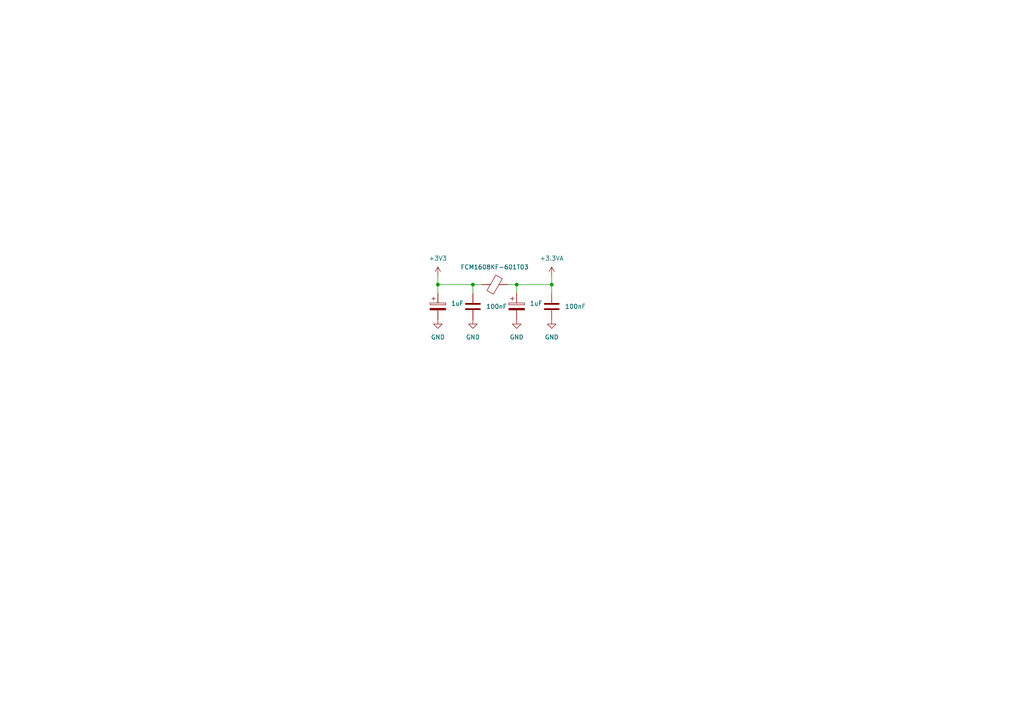
<source format=kicad_sch>
(kicad_sch (version 20250114) (generator "eeschema") (generator_version "9.0")
  (paper "A4")
  (lib_symbols
    (symbol "Device:C" (pin_numbers (hide yes)) (pin_names (offset 0.254))
      (property "Reference" "C" (at 0.635 2.54 0))
      (property "Value" "C" (at 0.635 -2.54 0))
      (symbol "C_0_1"
        (polyline (pts (xy -2.032 0.762) (xy 2.032 0.762)) (stroke (width 0.508)))
        (polyline (pts (xy -2.032 -0.762) (xy 2.032 -0.762)) (stroke (width 0.508)))
      )
      (symbol "C_1_1"
        (pin passive line (at 0 3.81 270) (length 2.794) (name "~") (number "1"))
        (pin passive line (at 0 -3.81 90) (length 2.794) (name "~") (number "2"))
      )
    )
    (symbol "Device:C_Polarized" (pin_numbers (hide yes)) (pin_names (offset 0.254))
      (property "Reference" "C" (at 0.635 2.54 0))
      (property "Value" "C_Polarized" (at 0.635 -2.54 0))
      (symbol "C_Polarized_0_1"
        (rectangle (start -2.286 0.508) (end 2.286 1.016))
        (polyline (pts (xy -1.778 2.286) (xy -0.762 2.286)))
        (polyline (pts (xy -1.27 2.794) (xy -1.27 1.778)))
        (rectangle (start 2.286 -0.508) (end -2.286 -1.016) (fill (type outline)))
      )
      (symbol "C_Polarized_1_1"
        (pin passive line (at 0 3.81 270) (length 2.794) (name "~") (number "1"))
        (pin passive line (at 0 -3.81 90) (length 2.794) (name "~") (number "2"))
      )
    )
    (symbol "Device:FerriteBead" (pin_numbers (hide yes)) (pin_names (offset 0))
      (property "Reference" "FB" (at -3.81 0.635 90))
      (property "Value" "FerriteBead" (at 3.81 0 90))
      (symbol "FerriteBead_0_1"
        (polyline (pts (xy -2.7686 0.4064) (xy -1.7018 2.2606) (xy 2.7686 -0.3048) (xy 1.6764 -2.159) (xy -2.7686 0.4064)))
        (polyline (pts (xy 0 1.27) (xy 0 1.2954)))
        (polyline (pts (xy 0 -1.27) (xy 0 -1.2192)))
      )
      (symbol "FerriteBead_1_1"
        (pin passive line (at 0 3.81 270) (length 2.54) (name "~") (number "1"))
        (pin passive line (at 0 -3.81 90) (length 2.54) (name "~") (number "2"))
      )
    )
    (symbol "power:+3.3VA" (power) (pin_numbers (hide yes)) (pin_names (offset 0) (hide yes))
      (property "Value" "+3.3VA" (at 0 3.556 0))
      (symbol "+3.3VA_0_1"
        (polyline (pts (xy -0.762 1.27) (xy 0 2.54)))
        (polyline (pts (xy 0 2.54) (xy 0.762 1.27)))
        (polyline (pts (xy 0 0) (xy 0 2.54)))
      )
      (symbol "+3.3VA_1_1"
        (pin power_in line (at 0 0 90) (length 0) (name "~") (number "1"))
      )
    )
    (symbol "power:+3V3" (power) (pin_numbers (hide yes)) (pin_names (offset 0) (hide yes))
      (property "Value" "+3V3" (at 0 3.556 0))
      (symbol "+3V3_0_1"
        (polyline (pts (xy -0.762 1.27) (xy 0 2.54)))
        (polyline (pts (xy 0 2.54) (xy 0.762 1.27)))
        (polyline (pts (xy 0 0) (xy 0 2.54)))
      )
      (symbol "+3V3_1_1"
        (pin power_in line (at 0 0 90) (length 0) (name "~") (number "1"))
      )
    )
    (symbol "power:GND" (power) (pin_numbers (hide yes)) (pin_names (offset 0) (hide yes))
      (property "Value" "GND" (at 0 -3.81 0))
      (symbol "GND_0_1"
        (polyline (pts (xy 0 0) (xy 0 -1.27) (xy 1.27 -1.27) (xy 0 -2.54) (xy -1.27 -1.27) (xy 0 -1.27)))
      )
      (symbol "GND_1_1"
        (pin power_in line (at 0 0 270) (length 0) (name "~") (number "1"))
      )
    )
  )
  (junction (at 137.16 82.55))
  (junction (at 160.02 82.55))
  (junction (at 127 82.55))
  (junction (at 149.86 82.55))
  (wire (pts (xy 160.02 82.55) (xy 160.02 85.09)))
  (wire (pts (xy 127 80.01) (xy 127 82.55)))
  (wire (pts (xy 149.86 82.55) (xy 160.02 82.55)))
  (wire (pts (xy 127 85.09) (xy 127 82.55)))
  (wire (pts (xy 160.02 80.01) (xy 160.02 82.55)))
  (wire (pts (xy 149.86 82.55) (xy 149.86 85.09)))
  (wire (pts (xy 147.32 82.55) (xy 149.86 82.55)))
  (wire (pts (xy 139.7 82.55) (xy 137.16 82.55)))
  (wire (pts (xy 137.16 82.55) (xy 137.16 85.09)))
  (wire (pts (xy 127 82.55) (xy 137.16 82.55)))
  (symbol (lib_id "power:GND") (at 137.16 92.71 0) (unit 1)
    (property "Reference" "#PWR07" (effects (hide yes)))
    (property "Value" "GND" (at 137.16 97.79 0))
    (property "Description" "Power symbol creates a global label with name \"GND\" , ground" (effects (hide yes)))
  )
  (symbol (lib_id "Device:FerriteBead") (at 143.51 82.55 90) (unit 1)
    (property "Reference" "FB1" (effects (hide yes)))
    (property "Value" "FCM1608KF-601T03" (at 143.4592 77.47 90))
    (property "Description" "Ferrite bead" (effects (hide yes)))
  )
  (symbol (lib_id "power:GND") (at 127 92.71 0) (unit 1)
    (property "Reference" "#PWR08" (effects (hide yes)))
    (property "Value" "GND" (at 127 97.79 0))
    (property "Description" "Power symbol creates a global label with name \"GND\" , ground" (effects (hide yes)))
  )
  (symbol (lib_id "power:+3.3VA") (at 160.02 80.01 0) (unit 1)
    (property "Reference" "#PWR03" (effects (hide yes)))
    (property "Value" "+3.3VA" (at 160.02 74.93 0))
    (property "Description" "Power symbol creates a global label with name \"+3.3VA\"" (effects (hide yes)))
  )
  (symbol (lib_id "power:+3V3") (at 127 80.01 0) (unit 1)
    (property "Reference" "#PWR02" (effects (hide yes)))
    (property "Value" "+3V3" (at 127 74.93 0))
    (property "Description" "Power symbol creates a global label with name \"+3V3\"" (effects (hide yes)))
  )
  (symbol (lib_id "Device:C_Polarized") (at 149.86 88.9 0) (unit 1)
    (property "Reference" "C1" (effects (hide yes)))
    (property "Value" "1uF" (at 153.67 88.0109 0) (effects (justify left)))
    (property "Description" "Polarized capacitor" (effects (hide yes)))
  )
  (symbol (lib_id "Device:C") (at 137.16 88.9 0) (unit 1)
    (property "Reference" "C3" (effects (hide yes)))
    (property "Value" "100nF" (at 140.97 88.8999 0) (effects (justify left)))
    (property "Description" "Unpolarized capacitor" (effects (hide yes)))
  )
  (symbol (lib_id "power:GND") (at 149.86 92.71 0) (unit 1)
    (property "Reference" "#PWR09" (effects (hide yes)))
    (property "Value" "GND" (at 149.86 97.79 0))
    (property "Description" "Power symbol creates a global label with name \"GND\" , ground" (effects (hide yes)))
  )
  (symbol (lib_id "Device:C_Polarized") (at 127 88.9 0) (unit 1)
    (property "Reference" "C4" (effects (hide yes)))
    (property "Value" "1uF" (at 130.81 88.0109 0) (effects (justify left)))
    (property "Description" "Polarized capacitor" (effects (hide yes)))
  )
  (symbol (lib_id "power:GND") (at 160.02 92.71 0) (unit 1)
    (property "Reference" "#PWR010" (effects (hide yes)))
    (property "Value" "GND" (at 160.02 97.79 0))
    (property "Description" "Power symbol creates a global label with name \"GND\" , ground" (effects (hide yes)))
  )
  (symbol (lib_id "Device:C") (at 160.02 88.9 0) (unit 1)
    (property "Reference" "C2" (effects (hide yes)))
    (property "Value" "100nF" (at 163.83 88.8999 0) (effects (justify left)))
    (property "Description" "Unpolarized capacitor" (effects (hide yes)))
  )
)
</source>
